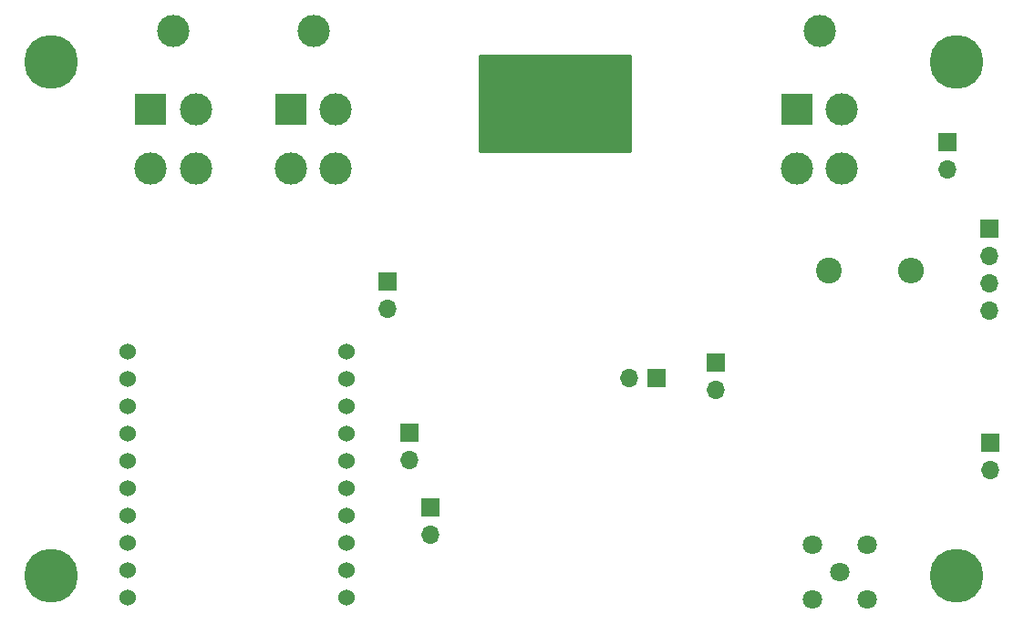
<source format=gbr>
G04 #@! TF.FileFunction,Soldermask,Bot*
%FSLAX46Y46*%
G04 Gerber Fmt 4.6, Leading zero omitted, Abs format (unit mm)*
G04 Created by KiCad (PCBNEW 4.0.7-e2-6376~58~ubuntu16.04.1) date Fri Mar 30 11:42:14 2018*
%MOMM*%
%LPD*%
G01*
G04 APERTURE LIST*
%ADD10C,0.100000*%
%ADD11C,5.000000*%
%ADD12R,3.000000X3.000000*%
%ADD13C,3.000000*%
%ADD14C,1.798320*%
%ADD15C,1.795780*%
%ADD16R,1.700000X1.700000*%
%ADD17O,1.700000X1.700000*%
%ADD18C,2.400000*%
%ADD19O,2.400000X2.400000*%
%ADD20C,1.524000*%
%ADD21C,0.254000*%
G04 APERTURE END LIST*
D10*
D11*
X112776000Y-70358000D03*
X112776000Y-22606000D03*
X196850000Y-70358000D03*
D12*
X135000000Y-27000000D03*
D13*
X139200000Y-27000000D03*
X135000000Y-32500000D03*
X139200000Y-32500000D03*
X137100000Y-19700000D03*
D14*
X186000000Y-70000000D03*
D15*
X188540000Y-72540000D03*
X188540000Y-67460000D03*
X183460000Y-67460000D03*
X183460000Y-72540000D03*
D16*
X169000000Y-52000000D03*
D17*
X166460000Y-52000000D03*
D12*
X182000000Y-27000000D03*
D13*
X186200000Y-27000000D03*
X182000000Y-32500000D03*
X186200000Y-32500000D03*
X184100000Y-19700000D03*
D12*
X122000000Y-27000000D03*
D13*
X126200000Y-27000000D03*
X122000000Y-32500000D03*
X126200000Y-32500000D03*
X124100000Y-19700000D03*
D18*
X185000000Y-42000000D03*
D19*
X192620000Y-42000000D03*
D20*
X140160000Y-72400000D03*
X140160000Y-69860000D03*
X140160000Y-67320000D03*
X140160000Y-64780000D03*
X140160000Y-62240000D03*
X140160000Y-59700000D03*
X140160000Y-57160000D03*
X140160000Y-54620000D03*
X140160000Y-52080000D03*
X140160000Y-49540000D03*
X119840000Y-72400000D03*
X119840000Y-69860000D03*
X119840000Y-67320000D03*
X119840000Y-64780000D03*
X119840000Y-62240000D03*
X119840000Y-59700000D03*
X119840000Y-57160000D03*
X119840000Y-54620000D03*
X119840000Y-52080000D03*
X119840000Y-49540000D03*
D16*
X144000000Y-43000000D03*
D17*
X144000000Y-45540000D03*
D16*
X146000000Y-57000000D03*
D17*
X146000000Y-59540000D03*
D16*
X148000000Y-64000000D03*
D17*
X148000000Y-66540000D03*
D16*
X199898000Y-38100000D03*
D17*
X199898000Y-40640000D03*
X199898000Y-43180000D03*
X199898000Y-45720000D03*
D16*
X200000000Y-58000000D03*
D17*
X200000000Y-60540000D03*
D16*
X196000000Y-30000000D03*
D17*
X196000000Y-32540000D03*
D11*
X196850000Y-22606000D03*
D16*
X174498000Y-50546000D03*
D17*
X174498000Y-53086000D03*
D21*
G36*
X166497000Y-30861000D02*
X152527000Y-30861000D01*
X152527000Y-21971000D01*
X166497000Y-21971000D01*
X166497000Y-30861000D01*
X166497000Y-30861000D01*
G37*
X166497000Y-30861000D02*
X152527000Y-30861000D01*
X152527000Y-21971000D01*
X166497000Y-21971000D01*
X166497000Y-30861000D01*
M02*

</source>
